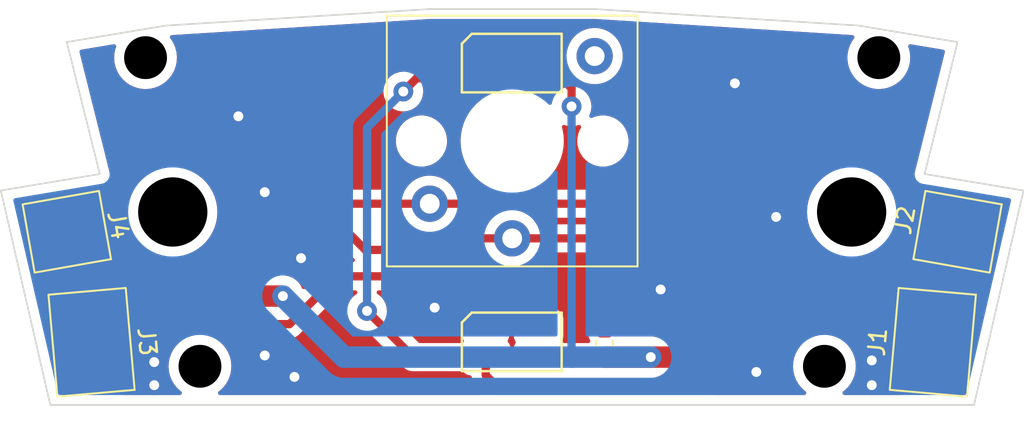
<source format=kicad_pcb>
(kicad_pcb (version 20211014) (generator pcbnew)
  (title_block (title "Mai Button"))
  (layers (0 "F.Cu" signal) (31 "B.Cu" signal) (34 "B.Paste" user) (35 "F.Paste" user) (36 "B.SilkS" user "B.Silkscreen") (37 "F.SilkS" user "F.Silkscreen") (38 "B.Mask" user) (39 "F.Mask" user) (44 "Edge.Cuts" user))
  (net 0 "")
  (net 1 "GND")
  (net 2 "+5V")
  (net 3 "Net-(D1-PadI)")
  (net 4 "Net-(J2-Pad1)")
  (net 5 "Net-(D1-PadO)")
  (net 6 "Net-(J4-Pad2)")
  (footprint "mai_button:WS2812B-2835" (layer "F.Cu") (at 110.32 144.6 180)
    (fp_text reference "D1" hide)
    (fp_text value "WS2812B_Unified" hide)
    (fp_line (start -3 1.8) (end 2.45 1.8) (layer "F.SilkS") (width 0.15))
    (fp_line (start 3.05 -1.75) (end 3.05 1.2) (layer "F.SilkS") (width 0.15))
    (fp_line (start 2.45 1.8) (end 3.05 1.2) (layer "F.SilkS") (width 0.15))
    (fp_line (start -3 -1.75) (end 3.05 -1.75) (layer "F.SilkS") (width 0.15))
    (fp_line (start -3 -1.75) (end -3 1.8) (layer "F.SilkS") (width 0.15))
    (pad "G" smd rect (at 1.6 0.9 180) (size 1.8 1) (layers "F.Cu" "F.Paste" "F.Mask") (net 1 "GND"))
    (pad "I" smd rect (at 1.6 -0.9 180) (size 1.8 1) (layers "F.Cu" "F.Paste" "F.Mask") (net 3 "Net-(D1-PadI)"))
    (pad "O" smd rect (at -1.6 0.9 180) (size 1.8 1) (layers "F.Cu" "F.Paste" "F.Mask") (net 5 "Net-(D1-PadO)"))
    (pad "V" smd rect (at -1.6 -0.9 180) (size 1.8 1) (layers "F.Cu" "F.Paste" "F.Mask") (net 2 "+5V"))
  )
  (footprint "mai_button:Hole2.5" (layer "F.Cu") (at 91.392 146.056)
    (fp_text reference "SCR3" hide)
    (fp_text value "ScrewHole" hide)
    (pad "" np_thru_hole circle (at 0 0) (size 2.6 2.6) (drill 2.6) (layers *.Mask))
  )
  (footprint "mai_button:Solder_3P" (layer "F.Cu") (at 84.82 144.6 5)
    (fp_text reference "J3" (at 3.353814 0.255887 275 unlocked) (layer "F.SilkS"))
    (fp_text value "Conn_01x03" hide)
    (fp_rect (start -2.35 -3.1) (end 2.35 3.1) (layer "F.SilkS") (width 0.12) (fill none))
    (pad "1" smd roundrect (at 0 -2 5) (size 4 1.3) (layers "F.Cu" "F.Paste" "F.Mask") (net 2 "+5V"))
    (pad "2" smd oval (at 0 0 5) (size 4 1.3) (layers "F.Cu" "F.Paste" "F.Mask") (net 5 "Net-(D1-PadO)"))
    (pad "3" smd oval (at 0 2 5) (size 4 1.3) (layers "F.Cu" "F.Paste" "F.Mask") (net 1 "GND"))
  )
  (footprint "mai_button:Solder_3P" (layer "F.Cu") (at 135.82 144.6 -5)
    (fp_text reference "J1" (at -3.342847 0.274547 85) (layer "F.SilkS"))
    (fp_text value "Conn_01x03" hide)
    (fp_rect (start -2.35 -3.1) (end 2.35 3.1) (layer "F.SilkS") (width 0.12) (fill none))
    (pad "1" smd roundrect (at 0 -2 355) (size 4 1.3) (layers "F.Cu" "F.Paste" "F.Mask") (net 2 "+5V"))
    (pad "2" smd oval (at 0 0 355) (size 4 1.3) (layers "F.Cu" "F.Paste" "F.Mask") (net 3 "Net-(D1-PadI)"))
    (pad "3" smd oval (at 0 2 355) (size 4 1.3) (layers "F.Cu" "F.Paste" "F.Mask") (net 1 "GND"))
  )
  (footprint "mai_button:WS2812B-2835" (layer "F.Cu") (at 110.32 127.7 180)
    (fp_text reference "D2" hide)
    (fp_text value "WS2812B_Unified" hide)
    (fp_line (start -3 -1.75) (end 3.05 -1.75) (layer "F.SilkS") (width 0.15))
    (fp_line (start 3.05 -1.75) (end 3.05 1.2) (layer "F.SilkS") (width 0.15))
    (fp_line (start -3 1.8) (end 2.45 1.8) (layer "F.SilkS") (width 0.15))
    (fp_line (start -3 -1.75) (end -3 1.8) (layer "F.SilkS") (width 0.15))
    (fp_line (start 2.45 1.8) (end 3.05 1.2) (layer "F.SilkS") (width 0.15))
    (pad "G" smd rect (at 1.6 0.9 180) (size 1.8 1) (layers "F.Cu" "F.Paste" "F.Mask") (net 1 "GND"))
    (pad "I" smd rect (at 1.6 -0.9 180) (size 1.8 1) (layers "F.Cu" "F.Paste" "F.Mask") (net 3 "Net-(D1-PadI)"))
    (pad "O" smd rect (at -1.6 0.9 180) (size 1.8 1) (layers "F.Cu" "F.Paste" "F.Mask"))
    (pad "V" smd rect (at -1.6 -0.9 180) (size 1.8 1) (layers "F.Cu" "F.Paste" "F.Mask") (net 2 "+5V"))
  )
  (footprint "mai_button:Hole2.5" (layer "F.Cu") (at 132.547 127.345)
    (fp_text reference "SCR2" hide)
    (fp_text value "ScrewHole" hide)
    (pad "" np_thru_hole circle (at 0 0) (size 2.6 2.6) (drill 2.6) (layers *.Mask))
  )
  (footprint "mai_button:Hole2.5" (layer "F.Cu") (at 88.093 127.345)
    (fp_text reference "SCR1" hide)
    (fp_text value "ScrewHole" hide)
    (pad "" np_thru_hole circle (at 0 0) (size 2.6 2.6) (drill 2.6) (layers *.Mask))
  )
  (footprint "mai_button:Hole4.0" (layer "F.Cu") (at 89.743 136.7)
    (fp_text reference "SCR5" hide)
    (fp_text value "ScrewHole" hide)
    (pad "" np_thru_hole circle (at 0 0) (size 4.2 4.2) (drill 4.2) (layers *.Mask))
  )
  (footprint "mai_button:Hole4.0" (layer "F.Cu") (at 130.897 136.7)
    (fp_text reference "SCR6" hide)
    (fp_text value "ScrewHole" hide)
    (pad "" np_thru_hole circle (at 0 0) (size 4.2 4.2) (drill 4.2) (layers *.Mask))
  )
  (footprint "mai_button:SW_Kailh_Choc_V1V2_1.00u_LED" (layer "F.Cu") (at 110.32 132.4 180)
    (fp_text reference "SW1" hide)
    (fp_text value "SW_DIP_x01" hide)
    (fp_line (start -7.6 -7.6) (end -7.6 7.6) (layer "F.SilkS") (width 0.12))
    (fp_line (start -7.6 7.6) (end 7.6 7.6) (layer "F.SilkS") (width 0.12))
    (fp_line (start 7.6 -7.6) (end -7.6 -7.6) (layer "F.SilkS") (width 0.12))
    (fp_line (start 7.6 7.6) (end 7.6 -7.6) (layer "F.SilkS") (width 0.12))
    (pad "" np_thru_hole circle (at -5.5 0 180) (size 1.9 1.9) (drill 1.9) (layers *.Cu *.Mask))
    (pad "" np_thru_hole circle (at 0 0 180) (size 5.05 5.05) (drill 5.05) (layers *.Cu *.Mask))
    (pad "" np_thru_hole circle (at 5.5 0 180) (size 1.9 1.9) (drill 1.9) (layers *.Cu *.Mask))
    (pad "" thru_hole circle (at -5 5.15 180) (size 2.2 2.2) (drill 1.2) (layers *.Cu "B.Mask"))
    (pad "1" thru_hole circle (at 0 -5.9 180) (size 2.2 2.2) (drill 1.2) (layers *.Cu "B.Mask") (net 6 "Net-(J4-Pad2)"))
    (pad "2" thru_hole circle (at 5 -3.8 180) (size 2.2 2.2) (drill 1.2) (layers *.Cu "B.Mask") (net 4 "Net-(J2-Pad1)"))
  )
  (footprint "mai_button:Solder_2P" (layer "F.Cu") (at 83.32 137.9 10)
    (fp_text reference "J4" (at 3.122363 0.144386 280 unlocked) (layer "F.SilkS"))
    (fp_text value "Conn_01x02" hide)
    (fp_rect (start -2.35 -2.1) (end 2.35 2.1) (layer "F.SilkS") (width 0.12) (fill none))
    (pad "1" smd roundrect (at 0 -1 10) (size 4 1.3) (layers "F.Cu" "F.Paste" "F.Mask") (net 4 "Net-(J2-Pad1)"))
    (pad "2" smd oval (at 0 1 10) (size 4 1.3) (layers "F.Cu" "F.Paste" "F.Mask") (net 6 "Net-(J4-Pad2)"))
  )
  (footprint "mai_button:Solder_2P" (layer "F.Cu") (at 137.32 137.9 -10)
    (fp_text reference "J2" (at -3.272939 -0.133691 80) (layer "F.SilkS"))
    (fp_text value "Conn_01x02" hide)
    (fp_rect (start -2.35 -2.1) (end 2.35 2.1) (layer "F.SilkS") (width 0.12) (fill none))
    (pad "1" smd roundrect (at 0 -1 350) (size 4 1.3) (layers "F.Cu" "F.Paste" "F.Mask") (net 4 "Net-(J2-Pad1)"))
    (pad "2" smd oval (at 0 1 350) (size 4 1.3) (layers "F.Cu" "F.Paste" "F.Mask") (net 6 "Net-(J4-Pad2)"))
  )
  (footprint "Capacitor_SMD:C_0603_1608Metric_Pad1.08x0.95mm_HandSolder" (layer "F.Cu") (at 115.92 144.6375 90)
    (fp_text reference "C1" hide)
    (fp_text value "0.1uF" hide)
    (fp_line (start -0.146267 -0.51) (end 0.146267 -0.51) (layer "F.SilkS") (width 0.12))
    (fp_line (start -0.146267 0.51) (end 0.146267 0.51) (layer "F.SilkS") (width 0.12))
    (pad "1" smd roundrect (at -0.8625 0 90) (size 1.075 0.95) (layers "F.Cu" "F.Paste" "F.Mask") (net 2 "+5V"))
    (pad "2" smd roundrect (at 0.8625 0 90) (size 1.075 0.95) (layers "F.Cu" "F.Paste" "F.Mask") (net 1 "GND"))
  )
  (footprint "mai_button:Hole2.5" (layer "F.Cu") (at 129.248 146.056)
    (fp_text reference "SCR4" hide)
    (fp_text value "ScrewHole" hide)
    (pad "" np_thru_hole circle (at 0 0) (size 2.6 2.6) (drill 2.6) (layers *.Mask))
  )
  (gr_line (start 115.32 124.4) (end 131.32 125.4) (layer "Edge.Cuts") (width 0.1))
  (gr_line (start 131.32 125.4) (end 137.32 126.4) (layer "Edge.Cuts") (width 0.1))
  (gr_line (start 135.32 134.4) (end 141.32 135.4) (layer "Edge.Cuts") (width 0.1))
  (gr_line (start 138.32 148.4) (end 82.32 148.4) (layer "Edge.Cuts") (width 0.1))
  (gr_line (start 137.32 126.4) (end 135.32 134.4) (layer "Edge.Cuts") (width 0.1))
  (gr_line (start 83.32 126.4) (end 89.32 125.4) (layer "Edge.Cuts") (width 0.1))
  (gr_line (start 89.32 125.4) (end 105.32 124.4) (layer "Edge.Cuts") (width 0.1))
  (gr_line (start 85.32 134.4) (end 83.32 126.4) (layer "Edge.Cuts") (width 0.1))
  (gr_line (start 105.32 124.4) (end 115.32 124.4) (layer "Edge.Cuts") (width 0.1))
  (gr_line (start 141.32 135.4) (end 138.32 148.4) (layer "Edge.Cuts") (width 0.1))
  (gr_line (start 79.32 135.4) (end 85.32 134.4) (layer "Edge.Cuts") (width 0.1))
  (gr_line (start 82.32 148.4) (end 79.32 135.4) (layer "Edge.Cuts") (width 0.1))
  (segment (start 87.42 146.4) (end 88.62 145.8) (width 1.3) (layer "F.Cu") (net 1))
  (segment (start 133.12 146.3) (end 133.42 146.4) (width 1.3) (layer "F.Cu") (net 1))
  (segment (start 84.994311 146.592389) (end 87.42 146.4) (width 1.3) (layer "F.Cu") (net 1))
  (segment (start 132.12 145.7) (end 133.12 146.3) (width 1.3) (layer "F.Cu") (net 1))
  (segment (start 133.42 146.4) (end 135.645689 146.592389) (width 1.3) (layer "F.Cu") (net 1))
  (via (at 126.32 137) (size 1.2) (drill 0.6) (layers "F.Cu" "B.Cu") (net 1))
  (via (at 123.82 128.9) (size 1.2) (drill 0.6) (layers "F.Cu" "B.Cu") (net 1))
  (via (at 125.12 146.4) (size 1.2) (drill 0.6) (layers "F.Cu" "B.Cu") (net 1))
  (via (at 97.12 146.7) (size 1.2) (drill 0.6) (layers "F.Cu" "B.Cu") (net 1))
  (via (at 95.32 135.5) (size 1.2) (drill 0.6) (layers "F.Cu" "B.Cu") (net 1))
  (via (at 88.62 147.2) (size 1.2) (drill 0.6) (layers "F.Cu" "B.Cu") (net 1))
  (via (at 97.52 139.5) (size 1.2) (drill 0.6) (layers "F.Cu" "B.Cu") (net 1))
  (via (at 132.12 147.2) (size 1.2) (drill 0.6) (layers "F.Cu" "B.Cu") (net 1))
  (via (at 88.62 145.8) (size 1.2) (drill 0.6) (layers "F.Cu" "B.Cu") (net 1))
  (via (at 132.12 145.7) (size 1.2) (drill 0.6) (layers "F.Cu" "B.Cu") (net 1))
  (via (at 105.62 142.5) (size 1.2) (drill 0.6) (layers "F.Cu" "B.Cu") (net 1))
  (via (at 119.32 141.4) (size 1.2) (drill 0.6) (layers "F.Cu" "B.Cu") (net 1))
  (via (at 95.32 145.4) (size 1.2) (drill 0.6) (layers "F.Cu" "B.Cu") (net 1))
  (via (at 93.72 130.9) (size 1.2) (drill 0.6) (layers "F.Cu" "B.Cu") (net 1))
  (segment (start 124.02 142.1) (end 120.32 145.5) (width 1.3) (layer "F.Cu") (net 2))
  (segment (start 135.994311 142.607611) (end 131.02 142.1) (width 1.3) (layer "F.Cu") (net 2))
  (segment (start 131.02 142.1) (end 124.02 142.1) (width 1.3) (layer "F.Cu") (net 2))
  (segment (start 113.92 129.2) (end 113.32 128.6) (width 0.5) (layer "F.Cu") (net 2))
  (segment (start 115.92 145.5) (end 111.92 145.5) (width 0.5) (layer "F.Cu") (net 2))
  (segment (start 88.62 141.8) (end 87.82 142.3) (width 1.3) (layer "F.Cu") (net 2))
  (segment (start 87.82 142.3) (end 84.645689 142.607611) (width 1.3) (layer "F.Cu") (net 2))
  (segment (start 113.32 128.6) (end 111.92 128.6) (width 0.5) (layer "F.Cu") (net 2))
  (segment (start 96.42 141.8) (end 88.62 141.8) (width 1.3) (layer "F.Cu") (net 2))
  (segment (start 113.92 130.3) (end 113.92 129.2) (width 0.5) (layer "F.Cu") (net 2))
  (segment (start 120.32 145.5) (end 115.92 145.5) (width 1.3) (layer "F.Cu") (net 2))
  (via (at 118.72 145.5) (size 1.2) (drill 0.6) (layers "F.Cu" "B.Cu") (net 2))
  (via (at 96.42 141.8) (size 1.2) (drill 0.6) (layers "F.Cu" "B.Cu") (net 2))
  (via (at 113.92 130.3) (size 1.2) (drill 0.6) (layers "F.Cu" "B.Cu") (net 2))
  (segment (start 113.92 145.5) (end 113.92 130.3) (width 0.5) (layer "B.Cu") (net 2))
  (segment (start 100.12 145.5) (end 113.92 145.5) (width 1.3) (layer "B.Cu") (net 2))
  (segment (start 96.42 141.8) (end 100.12 145.5) (width 1.3) (layer "B.Cu") (net 2))
  (segment (start 113.92 145.5) (end 118.72 145.5) (width 1.3) (layer "B.Cu") (net 2))
  (segment (start 121.62 147.2) (end 109.32 147.2) (width 0.5) (layer "F.Cu") (net 3))
  (segment (start 104.52 128.6) (end 108.72 128.6) (width 0.5) (layer "F.Cu") (net 3))
  (segment (start 109.32 147.2) (end 108.72 146.6) (width 0.5) (layer "F.Cu") (net 3))
  (segment (start 132.82 144.3) (end 130.82 143.8) (width 0.5) (layer "F.Cu") (net 3))
  (segment (start 130.82 143.8) (end 125.02 143.8) (width 0.5) (layer "F.Cu") (net 3))
  (segment (start 104.32 145.5) (end 101.52 142.7) (width 0.5) (layer "F.Cu") (net 3))
  (segment (start 108.72 145.5) (end 104.32 145.5) (width 0.5) (layer "F.Cu") (net 3))
  (segment (start 103.72 129.4) (end 104.52 128.6) (width 0.5) (layer "F.Cu") (net 3))
  (segment (start 108.72 146.6) (end 108.72 145.5) (width 0.5) (layer "F.Cu") (net 3))
  (segment (start 135.82 144.6) (end 132.82 144.3) (width 0.5) (layer "F.Cu") (net 3))
  (segment (start 125.02 143.8) (end 121.62 147.2) (width 0.5) (layer "F.Cu") (net 3))
  (via (at 103.72 129.4) (size 1.2) (drill 0.6) (layers "F.Cu" "B.Cu") (net 3))
  (via (at 101.52 142.7) (size 1.2) (drill 0.6) (layers "F.Cu" "B.Cu") (net 3))
  (segment (start 101.52 142.7) (end 101.52 131.6) (width 0.5) (layer "B.Cu") (net 3))
  (segment (start 101.52 131.6) (end 103.72 129.4) (width 0.5) (layer "B.Cu") (net 3))
  (segment (start 97.42 133.4) (end 88.02 133.4) (width 0.5) (layer "F.Cu") (net 4))
  (segment (start 105.32 136.2) (end 100.22 136.2) (width 0.5) (layer "F.Cu") (net 4))
  (segment (start 100.22 136.2) (end 97.42 133.4) (width 0.5) (layer "F.Cu") (net 4))
  (segment (start 88.02 133.4) (end 85.72 136.5) (width 0.5) (layer "F.Cu") (net 4))
  (segment (start 132.42 133.3) (end 125.52 133.3) (width 0.5) (layer "F.Cu") (net 4))
  (segment (start 85.72 136.5) (end 83.146352 136.915192) (width 0.5) (layer "F.Cu") (net 4))
  (segment (start 137.493648 136.915192) (end 134.82 136.4) (width 0.5) (layer "F.Cu") (net 4))
  (segment (start 134.82 136.4) (end 132.42 133.3) (width 0.5) (layer "F.Cu") (net 4))
  (segment (start 125.52 133.3) (end 122.62 136.2) (width 0.5) (layer "F.Cu") (net 4))
  (segment (start 122.62 136.2) (end 105.32 136.2) (width 0.5) (layer "F.Cu") (net 4))
  (segment (start 89.72 143.5) (end 87.92 144.3) (width 0.5) (layer "F.Cu") (net 5))
  (segment (start 111.92 143.7) (end 111.92 142.7) (width 0.5) (layer "F.Cu") (net 5))
  (segment (start 99.72 140.6) (end 96.82 143.5) (width 0.5) (layer "F.Cu") (net 5))
  (segment (start 109.82 140.6) (end 99.72 140.6) (width 0.5) (layer "F.Cu") (net 5))
  (segment (start 87.92 144.3) (end 84.82 144.6) (width 0.5) (layer "F.Cu") (net 5))
  (segment (start 96.82 143.5) (end 89.72 143.5) (width 0.5) (layer "F.Cu") (net 5))
  (segment (start 111.92 142.7) (end 109.82 140.6) (width 0.5) (layer "F.Cu") (net 5))
  (segment (start 107.52 139) (end 101.42 139) (width 0.5) (layer "F.Cu") (net 6))
  (segment (start 94.52 140.1) (end 88.12 140.1) (width 0.5) (layer "F.Cu") (net 6))
  (segment (start 110.32 138.3) (end 108.22 138.3) (width 0.5) (layer "F.Cu") (net 6))
  (segment (start 122.22 138.3) (end 110.32 138.3) (width 0.5) (layer "F.Cu") (net 6))
  (segment (start 108.22 138.3) (end 107.52 139) (width 0.5) (layer "F.Cu") (net 6))
  (segment (start 123.92 140) (end 122.22 138.3) (width 0.5) (layer "F.Cu") (net 6))
  (segment (start 96.72 137.9) (end 94.52 140.1) (width 0.5) (layer "F.Cu") (net 6))
  (segment (start 137.146352 138.884808) (end 134.42 138.4) (width 0.5) (layer "F.Cu") (net 6))
  (segment (start 86.22 138.4) (end 83.493648 138.884808) (width 0.5) (layer "F.Cu") (net 6))
  (segment (start 134.42 138.4) (end 132.72 140) (width 0.5) (layer "F.Cu") (net 6))
  (segment (start 101.42 139) (end 100.32 137.9) (width 0.5) (layer "F.Cu") (net 6))
  (segment (start 100.32 137.9) (end 96.72 137.9) (width 0.5) (layer "F.Cu") (net 6))
  (segment (start 88.12 140.1) (end 86.22 138.4) (width 0.5) (layer "F.Cu") (net 6))
  (segment (start 132.72 140) (end 123.92 140) (width 0.5) (layer "F.Cu") (net 6))
  (zone (net 1) (net_name "GND") (layers F&B.Cu) (connect_pads (clearance 0.6)) (min_thickness 0.254) (fill yes (thermal_gap 0.508) (thermal_bridge_width 0.508))
    (polygon (pts (xy 141.32 149.4) (xy 79.32 149.4) (xy 79.32 124.4) (xy 141.32 124.4)))
  )
)
</source>
